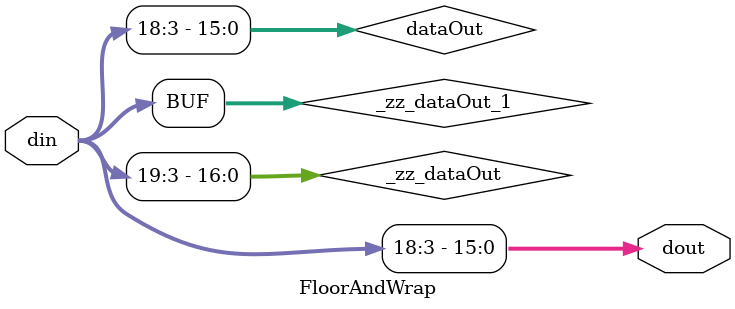
<source format=v>

`timescale 1ns/1ps 

module FloorAndWrap (
  input      [19:0]   din,
  output     [15:0]   dout
);

  wire       [16:0]   _zz_dataOut;
  wire       [19:0]   _zz_dataOut_1;
  wire       [15:0]   dataOut;

  assign _zz_dataOut = (_zz_dataOut_1 >>> 3);
  assign _zz_dataOut_1 = din;
  assign dataOut = _zz_dataOut[15 : 0];
  assign dout = dataOut;

endmodule

</source>
